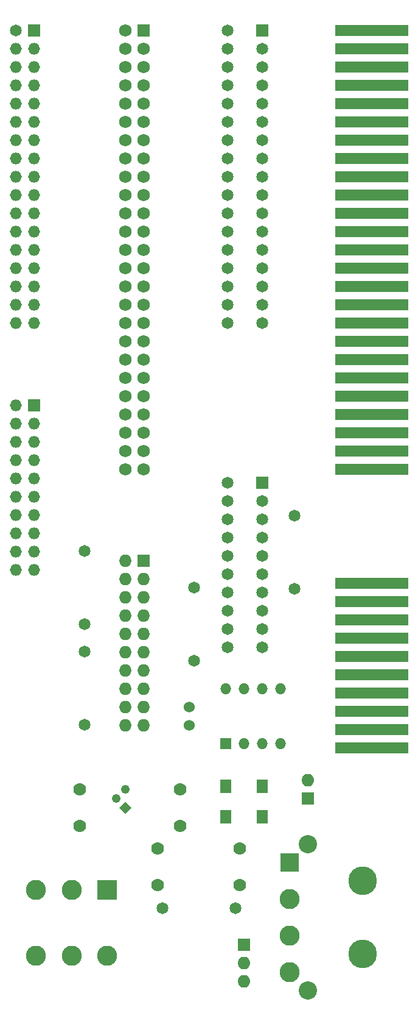
<source format=gts>
G04 #@! TF.FileFunction,Soldermask,Top*
%FSLAX46Y46*%
G04 Gerber Fmt 4.6, Leading zero omitted, Abs format (unit mm)*
G04 Created by KiCad (PCBNEW (after 2015-mar-04 BZR unknown)-product) date Sun 18 Mar 2018 09:27:42 PM EDT*
%MOMM*%
G01*
G04 APERTURE LIST*
%ADD10C,0.020000*%
%ADD11R,1.778000X1.778000*%
%ADD12O,1.778000X1.778000*%
%ADD13R,1.651000X1.651000*%
%ADD14C,1.651000*%
%ADD15C,1.219200*%
%ADD16R,2.794000X2.794000*%
%ADD17C,2.794000*%
%ADD18R,10.160000X1.524000*%
%ADD19C,1.778000*%
%ADD20R,2.540000X2.540000*%
%ADD21C,3.987800*%
%ADD22C,2.540000*%
%ADD23C,1.524000*%
%ADD24O,1.651000X1.651000*%
%ADD25R,1.727200X1.727200*%
%ADD26C,1.727200*%
%ADD27R,1.524000X1.524000*%
%ADD28O,1.524000X1.524000*%
%ADD29O,1.727200X1.727200*%
%ADD30R,1.550000X1.950000*%
G04 APERTURE END LIST*
D10*
D11*
X107950000Y-157480000D03*
D12*
X107950000Y-160020000D03*
X107950000Y-162560000D03*
D11*
X116840000Y-137160000D03*
D12*
X116840000Y-134620000D03*
D13*
X110490000Y-30480000D03*
D14*
X105638600Y-30480000D03*
X110490000Y-33020000D03*
X105638600Y-33020000D03*
X110490000Y-35560000D03*
X105638600Y-35560000D03*
X110490000Y-38100000D03*
X105638600Y-38100000D03*
X110490000Y-40640000D03*
X105638600Y-40640000D03*
X110490000Y-43180000D03*
X105638600Y-43180000D03*
X110490000Y-45720000D03*
X105638600Y-45720000D03*
X110490000Y-48260000D03*
X105638600Y-48260000D03*
X110490000Y-50800000D03*
X105638600Y-50800000D03*
X110490000Y-53340000D03*
X105638600Y-53340000D03*
X110490000Y-55880000D03*
X105638600Y-55880000D03*
X110490000Y-58420000D03*
X105638600Y-58420000D03*
X110490000Y-60960000D03*
X105638600Y-60960000D03*
X110490000Y-63500000D03*
X105638600Y-63500000D03*
X110490000Y-66040000D03*
X105638600Y-66040000D03*
X110490000Y-68580000D03*
X105638600Y-68580000D03*
X110490000Y-71120000D03*
X105638600Y-71120000D03*
D13*
X110490000Y-93345000D03*
D14*
X105638600Y-93345000D03*
X110490000Y-95885000D03*
X105638600Y-95885000D03*
X110490000Y-98425000D03*
X105638600Y-98425000D03*
X110490000Y-100965000D03*
X105638600Y-100965000D03*
X110490000Y-103505000D03*
X105638600Y-103505000D03*
X110490000Y-106045000D03*
X105638600Y-106045000D03*
X110490000Y-108585000D03*
X105638600Y-108585000D03*
X110490000Y-111125000D03*
X105638600Y-111125000D03*
X110490000Y-113665000D03*
X105638600Y-113665000D03*
X110490000Y-116205000D03*
X105638600Y-116205000D03*
D15*
X90170000Y-137160000D03*
X91440000Y-135890000D03*
D10*
G36*
X92302105Y-138430000D02*
X91440000Y-139292105D01*
X90577895Y-138430000D01*
X91440000Y-137567895D01*
X92302105Y-138430000D01*
X92302105Y-138430000D01*
G37*
D16*
X88900000Y-149860000D03*
D17*
X88900000Y-159004000D03*
X83947000Y-149860000D03*
X83947000Y-159004000D03*
X78994000Y-149860000D03*
X78994000Y-159004000D03*
D18*
X125730000Y-30480000D03*
X125730000Y-33020000D03*
X125730000Y-35560000D03*
X125730000Y-38100000D03*
X125730000Y-40640000D03*
X125730000Y-43180000D03*
X125730000Y-45720000D03*
X125730000Y-48260000D03*
X125730000Y-50800000D03*
X125730000Y-53340000D03*
X125730000Y-55880000D03*
X125730000Y-58420000D03*
X125730000Y-60960000D03*
X125730000Y-63500000D03*
X125730000Y-66040000D03*
X125730000Y-68580000D03*
X125730000Y-71120000D03*
X125730000Y-73660000D03*
X125730000Y-76200000D03*
X125730000Y-78740000D03*
X125730000Y-81280000D03*
X125730000Y-83820000D03*
X125730000Y-86360000D03*
X125730000Y-88900000D03*
X125730000Y-91440000D03*
D19*
X95885000Y-144145000D03*
X95885000Y-149225000D03*
X107315000Y-149225000D03*
X107315000Y-144145000D03*
D18*
X125730000Y-107314600D03*
X125730000Y-109854600D03*
X125730000Y-112394600D03*
X125730000Y-114934600D03*
X125730000Y-117474600D03*
X125730000Y-120014600D03*
X125730000Y-122554600D03*
X125730000Y-125094600D03*
X125730000Y-127634600D03*
X125730000Y-130174600D03*
D20*
X114300000Y-146050000D03*
D17*
X114300000Y-151130000D03*
X114300000Y-156210000D03*
X114300000Y-161290000D03*
D21*
X124460000Y-158750000D03*
X124460000Y-148590000D03*
D22*
X116840000Y-163830000D03*
X116840000Y-143510000D03*
D23*
X100330000Y-127000000D03*
X100330000Y-124460000D03*
D13*
X78740000Y-82550000D03*
D24*
X76200000Y-82550000D03*
X78740000Y-85090000D03*
X76200000Y-85090000D03*
X78740000Y-87630000D03*
X76200000Y-87630000D03*
X78740000Y-90170000D03*
X76200000Y-90170000D03*
X78740000Y-92710000D03*
X76200000Y-92710000D03*
X78740000Y-95250000D03*
X76200000Y-95250000D03*
X78740000Y-97790000D03*
X76200000Y-97790000D03*
X78740000Y-100330000D03*
X76200000Y-100330000D03*
X78740000Y-102870000D03*
X76200000Y-102870000D03*
X78740000Y-105410000D03*
X76200000Y-105410000D03*
D25*
X93980000Y-30480000D03*
D26*
X91440000Y-30480000D03*
X93980000Y-33020000D03*
X91440000Y-33020000D03*
X93980000Y-35560000D03*
X91440000Y-35560000D03*
X93980000Y-38100000D03*
X91440000Y-38100000D03*
X93980000Y-40640000D03*
X91440000Y-40640000D03*
X93980000Y-43180000D03*
X91440000Y-43180000D03*
X93980000Y-45720000D03*
X91440000Y-45720000D03*
X93980000Y-48260000D03*
X91440000Y-48260000D03*
X93980000Y-50800000D03*
X91440000Y-50800000D03*
X93980000Y-53340000D03*
X91440000Y-53340000D03*
X93980000Y-55880000D03*
X91440000Y-55880000D03*
X93980000Y-58420000D03*
X91440000Y-58420000D03*
X93980000Y-60960000D03*
X91440000Y-60960000D03*
X93980000Y-63500000D03*
X91440000Y-63500000D03*
X93980000Y-66040000D03*
X91440000Y-66040000D03*
X93980000Y-68580000D03*
X91440000Y-68580000D03*
X93980000Y-71120000D03*
X91440000Y-71120000D03*
X93980000Y-73660000D03*
X91440000Y-73660000D03*
X93980000Y-76200000D03*
X91440000Y-76200000D03*
X93980000Y-78740000D03*
X91440000Y-78740000D03*
X93980000Y-81280000D03*
X91440000Y-81280000D03*
X93980000Y-83820000D03*
X91440000Y-83820000D03*
X93980000Y-86360000D03*
X91440000Y-86360000D03*
X93980000Y-88900000D03*
X91440000Y-88900000D03*
X93980000Y-91440000D03*
X91440000Y-91440000D03*
D13*
X78740000Y-30480000D03*
D14*
X76200000Y-30480000D03*
D24*
X78740000Y-33020000D03*
X76200000Y-33020000D03*
X78740000Y-35560000D03*
X76200000Y-35560000D03*
X78740000Y-38100000D03*
X76200000Y-38100000D03*
X78740000Y-40640000D03*
X76200000Y-40640000D03*
X78740000Y-43180000D03*
X76200000Y-43180000D03*
X78740000Y-45720000D03*
X76200000Y-45720000D03*
X78740000Y-48260000D03*
X76200000Y-48260000D03*
X78740000Y-50800000D03*
X76200000Y-50800000D03*
X78740000Y-53340000D03*
X76200000Y-53340000D03*
X78740000Y-55880000D03*
X76200000Y-55880000D03*
X78740000Y-58420000D03*
X76200000Y-58420000D03*
X78740000Y-60960000D03*
X76200000Y-60960000D03*
X78740000Y-63500000D03*
X76200000Y-63500000D03*
X78740000Y-66040000D03*
X76200000Y-66040000D03*
X78740000Y-68580000D03*
X76200000Y-68580000D03*
X78740000Y-71120000D03*
X76200000Y-71120000D03*
D27*
X105410000Y-129540000D03*
D28*
X113030000Y-121920000D03*
X107950000Y-129540000D03*
X110490000Y-121920000D03*
X110490000Y-129540000D03*
X107950000Y-121920000D03*
X113030000Y-129540000D03*
X105410000Y-121920000D03*
D19*
X85090000Y-140970000D03*
X85090000Y-135890000D03*
X99060000Y-135890000D03*
X99060000Y-140970000D03*
D25*
X93980000Y-104140000D03*
D29*
X91440000Y-104140000D03*
X93980000Y-106680000D03*
X91440000Y-106680000D03*
X93980000Y-109220000D03*
X91440000Y-109220000D03*
X93980000Y-111760000D03*
X91440000Y-111760000D03*
X93980000Y-114300000D03*
X91440000Y-114300000D03*
X93980000Y-116840000D03*
X91440000Y-116840000D03*
X93980000Y-119380000D03*
X91440000Y-119380000D03*
X93980000Y-121920000D03*
X91440000Y-121920000D03*
X93980000Y-124460000D03*
X91440000Y-124460000D03*
X93980000Y-127000000D03*
X91440000Y-127000000D03*
D30*
X105410000Y-139700000D03*
X105410000Y-135500000D03*
X110490000Y-139700000D03*
X110490000Y-135500000D03*
D14*
X114935000Y-97868740D03*
X114935000Y-108028740D03*
X100965000Y-118031260D03*
X100965000Y-107871260D03*
X85725000Y-126921260D03*
X85725000Y-116761260D03*
X85725000Y-112951260D03*
X85725000Y-102791260D03*
X96598740Y-152400000D03*
X106758740Y-152400000D03*
M02*

</source>
